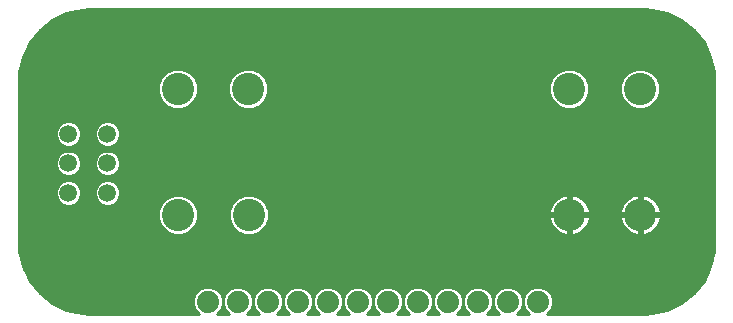
<source format=gbl>
G75*
%MOIN*%
%OFA0B0*%
%FSLAX24Y24*%
%IPPOS*%
%LPD*%
%AMOC8*
5,1,8,0,0,1.08239X$1,22.5*
%
%ADD10C,0.0740*%
%ADD11C,0.1075*%
%ADD12C,0.0594*%
%ADD13C,0.0100*%
%ADD14C,0.0338*%
D10*
X008760Y000750D03*
X009760Y000750D03*
X010760Y000750D03*
X011760Y000750D03*
X012760Y000750D03*
X013760Y000750D03*
X014760Y000750D03*
X015760Y000750D03*
X016760Y000750D03*
X017760Y000750D03*
X018760Y000750D03*
X019760Y000750D03*
D11*
X020811Y003650D03*
X023169Y003650D03*
X023160Y007850D03*
X020801Y007850D03*
X010108Y007850D03*
X007750Y007850D03*
X007760Y003650D03*
X010118Y003650D03*
D12*
X005409Y004381D03*
X005409Y005366D03*
X005409Y006350D03*
X004110Y006350D03*
X004110Y005366D03*
X004110Y004381D03*
D13*
X002643Y001825D02*
X025459Y001825D01*
X025506Y001923D02*
X002595Y001923D01*
X002592Y001930D02*
X002474Y002445D01*
X002460Y002709D01*
X002460Y008142D01*
X002474Y008406D01*
X002592Y008921D01*
X002821Y009397D01*
X003150Y009810D01*
X003563Y010140D01*
X004039Y010369D01*
X004554Y010486D01*
X004819Y010501D01*
X023283Y010501D01*
X023547Y010486D01*
X024062Y010369D01*
X024538Y010140D01*
X024951Y009810D01*
X025281Y009397D01*
X025510Y008921D01*
X025627Y008406D01*
X025642Y008142D01*
X025642Y002709D01*
X025627Y002445D01*
X025510Y001930D01*
X025281Y001454D01*
X024951Y001041D01*
X024538Y000712D01*
X024062Y000482D01*
X023547Y000365D01*
X023283Y000350D01*
X020067Y000350D01*
X020183Y000467D01*
X020260Y000651D01*
X020260Y000849D01*
X020183Y001033D01*
X020043Y001174D01*
X019859Y001250D01*
X019660Y001250D01*
X019476Y001174D01*
X019336Y001033D01*
X019260Y000849D01*
X019260Y000651D01*
X019336Y000467D01*
X019452Y000350D01*
X019067Y000350D01*
X019183Y000467D01*
X019260Y000651D01*
X019260Y000849D01*
X019183Y001033D01*
X019043Y001174D01*
X018859Y001250D01*
X018660Y001250D01*
X018476Y001174D01*
X018336Y001033D01*
X018260Y000849D01*
X018260Y000651D01*
X018336Y000467D01*
X018452Y000350D01*
X018067Y000350D01*
X018183Y000467D01*
X018260Y000651D01*
X018260Y000849D01*
X018183Y001033D01*
X018043Y001174D01*
X017859Y001250D01*
X017660Y001250D01*
X017476Y001174D01*
X017336Y001033D01*
X017260Y000849D01*
X017260Y000651D01*
X017336Y000467D01*
X017452Y000350D01*
X017067Y000350D01*
X017183Y000467D01*
X017260Y000651D01*
X017260Y000849D01*
X017183Y001033D01*
X017043Y001174D01*
X016859Y001250D01*
X016660Y001250D01*
X016476Y001174D01*
X016336Y001033D01*
X016260Y000849D01*
X016260Y000651D01*
X016336Y000467D01*
X016452Y000350D01*
X016067Y000350D01*
X016183Y000467D01*
X016260Y000651D01*
X016260Y000849D01*
X016183Y001033D01*
X016043Y001174D01*
X015859Y001250D01*
X015660Y001250D01*
X015476Y001174D01*
X015336Y001033D01*
X015260Y000849D01*
X015260Y000651D01*
X015336Y000467D01*
X015452Y000350D01*
X015067Y000350D01*
X015183Y000467D01*
X015260Y000651D01*
X015260Y000849D01*
X015183Y001033D01*
X015043Y001174D01*
X014859Y001250D01*
X014660Y001250D01*
X014476Y001174D01*
X014336Y001033D01*
X014260Y000849D01*
X014260Y000651D01*
X014336Y000467D01*
X014452Y000350D01*
X014067Y000350D01*
X014183Y000467D01*
X014260Y000651D01*
X014260Y000849D01*
X014183Y001033D01*
X014043Y001174D01*
X013859Y001250D01*
X013660Y001250D01*
X013476Y001174D01*
X013336Y001033D01*
X013260Y000849D01*
X013260Y000651D01*
X013336Y000467D01*
X013452Y000350D01*
X013067Y000350D01*
X013183Y000467D01*
X013260Y000651D01*
X013260Y000849D01*
X013183Y001033D01*
X013043Y001174D01*
X012859Y001250D01*
X012660Y001250D01*
X012476Y001174D01*
X012336Y001033D01*
X012260Y000849D01*
X012260Y000651D01*
X012336Y000467D01*
X012452Y000350D01*
X012067Y000350D01*
X012183Y000467D01*
X012260Y000651D01*
X012260Y000849D01*
X012183Y001033D01*
X012043Y001174D01*
X011859Y001250D01*
X011660Y001250D01*
X011476Y001174D01*
X011336Y001033D01*
X011260Y000849D01*
X011260Y000651D01*
X011336Y000467D01*
X011452Y000350D01*
X011067Y000350D01*
X011183Y000467D01*
X011260Y000651D01*
X011260Y000849D01*
X011183Y001033D01*
X011043Y001174D01*
X010859Y001250D01*
X010660Y001250D01*
X010476Y001174D01*
X010336Y001033D01*
X010260Y000849D01*
X010260Y000651D01*
X010336Y000467D01*
X010452Y000350D01*
X010067Y000350D01*
X010183Y000467D01*
X010260Y000651D01*
X010260Y000849D01*
X010183Y001033D01*
X010043Y001174D01*
X009859Y001250D01*
X009660Y001250D01*
X009476Y001174D01*
X009336Y001033D01*
X009260Y000849D01*
X009260Y000651D01*
X009336Y000467D01*
X009452Y000350D01*
X009067Y000350D01*
X009183Y000467D01*
X009260Y000651D01*
X009260Y000849D01*
X009183Y001033D01*
X009043Y001174D01*
X008859Y001250D01*
X008660Y001250D01*
X008476Y001174D01*
X008336Y001033D01*
X008260Y000849D01*
X008260Y000651D01*
X008336Y000467D01*
X008452Y000350D01*
X004819Y000350D01*
X004554Y000365D01*
X004039Y000482D01*
X003563Y000712D01*
X003150Y001041D01*
X002821Y001454D01*
X002592Y001930D01*
X002571Y002022D02*
X025531Y002022D01*
X025553Y002120D02*
X002549Y002120D01*
X002526Y002219D02*
X025576Y002219D01*
X025598Y002317D02*
X002504Y002317D01*
X002481Y002416D02*
X025621Y002416D01*
X025631Y002514D02*
X002470Y002514D01*
X002465Y002613D02*
X025637Y002613D01*
X025642Y002711D02*
X002460Y002711D01*
X002460Y002810D02*
X025642Y002810D01*
X025642Y002908D02*
X002460Y002908D01*
X002460Y003007D02*
X007569Y003007D01*
X007627Y002983D02*
X007892Y002983D01*
X008138Y003084D01*
X008325Y003272D01*
X008427Y003517D01*
X008427Y003783D01*
X008325Y004028D01*
X008138Y004216D01*
X007892Y004317D01*
X007627Y004317D01*
X007381Y004216D01*
X007194Y004028D01*
X007092Y003783D01*
X007092Y003517D01*
X007194Y003272D01*
X007381Y003084D01*
X007627Y002983D01*
X007361Y003105D02*
X002460Y003105D01*
X002460Y003204D02*
X007262Y003204D01*
X007181Y003302D02*
X002460Y003302D01*
X002460Y003401D02*
X007140Y003401D01*
X007100Y003499D02*
X002460Y003499D01*
X002460Y003598D02*
X007092Y003598D01*
X007092Y003696D02*
X002460Y003696D01*
X002460Y003795D02*
X007097Y003795D01*
X007138Y003893D02*
X002460Y003893D01*
X002460Y003992D02*
X003935Y003992D01*
X003868Y004019D02*
X004025Y003954D01*
X004195Y003954D01*
X004352Y004019D01*
X004472Y004140D01*
X004537Y004297D01*
X004537Y004466D01*
X004472Y004623D01*
X004352Y004744D01*
X004195Y004809D01*
X004025Y004809D01*
X003868Y004744D01*
X003748Y004623D01*
X003683Y004466D01*
X003683Y004297D01*
X003748Y004140D01*
X003868Y004019D01*
X003797Y004090D02*
X002460Y004090D01*
X002460Y004189D02*
X003727Y004189D01*
X003687Y004287D02*
X002460Y004287D01*
X002460Y004386D02*
X003683Y004386D01*
X003690Y004484D02*
X002460Y004484D01*
X002460Y004583D02*
X003731Y004583D01*
X003805Y004681D02*
X002460Y004681D01*
X002460Y004780D02*
X003955Y004780D01*
X004025Y004939D02*
X003868Y005004D01*
X003748Y005124D01*
X003683Y005281D01*
X003683Y005451D01*
X003748Y005608D01*
X003868Y005728D01*
X004025Y005793D01*
X004195Y005793D01*
X004352Y005728D01*
X004472Y005608D01*
X004537Y005451D01*
X004537Y005281D01*
X004472Y005124D01*
X004352Y005004D01*
X004195Y004939D01*
X004025Y004939D01*
X003933Y004977D02*
X002460Y004977D01*
X002460Y005075D02*
X003797Y005075D01*
X003727Y005174D02*
X002460Y005174D01*
X002460Y005272D02*
X003686Y005272D01*
X003683Y005371D02*
X002460Y005371D01*
X002460Y005469D02*
X003690Y005469D01*
X003731Y005568D02*
X002460Y005568D01*
X002460Y005666D02*
X003806Y005666D01*
X003956Y005765D02*
X002460Y005765D01*
X002460Y005863D02*
X025642Y005863D01*
X025642Y005765D02*
X005563Y005765D01*
X005494Y005793D02*
X005651Y005728D01*
X005771Y005608D01*
X005836Y005451D01*
X005836Y005281D01*
X005771Y005124D01*
X005651Y005004D01*
X005494Y004939D01*
X005324Y004939D01*
X005167Y005004D01*
X005047Y005124D01*
X004982Y005281D01*
X004982Y005451D01*
X005047Y005608D01*
X005167Y005728D01*
X005324Y005793D01*
X005494Y005793D01*
X005494Y005923D02*
X005651Y005988D01*
X005771Y006108D01*
X005836Y006265D01*
X005836Y006435D01*
X005771Y006592D01*
X005651Y006712D01*
X005494Y006777D01*
X005324Y006777D01*
X005167Y006712D01*
X005047Y006592D01*
X004982Y006435D01*
X004982Y006265D01*
X005047Y006108D01*
X005167Y005988D01*
X005324Y005923D01*
X005494Y005923D01*
X005587Y005962D02*
X025642Y005962D01*
X025642Y006060D02*
X005723Y006060D01*
X005792Y006159D02*
X025642Y006159D01*
X025642Y006257D02*
X005833Y006257D01*
X005836Y006356D02*
X025642Y006356D01*
X025642Y006454D02*
X005828Y006454D01*
X005788Y006553D02*
X025642Y006553D01*
X025642Y006651D02*
X005712Y006651D01*
X005561Y006750D02*
X025642Y006750D01*
X025642Y006848D02*
X002460Y006848D01*
X002460Y006750D02*
X003958Y006750D01*
X004025Y006777D02*
X003868Y006712D01*
X003748Y006592D01*
X003683Y006435D01*
X003683Y006265D01*
X003748Y006108D01*
X003868Y005988D01*
X004025Y005923D01*
X004195Y005923D01*
X004352Y005988D01*
X004472Y006108D01*
X004537Y006265D01*
X004537Y006435D01*
X004472Y006592D01*
X004352Y006712D01*
X004195Y006777D01*
X004025Y006777D01*
X004262Y006750D02*
X005257Y006750D01*
X005106Y006651D02*
X004413Y006651D01*
X004488Y006553D02*
X005031Y006553D01*
X004990Y006454D02*
X004529Y006454D01*
X004537Y006356D02*
X004982Y006356D01*
X004985Y006257D02*
X004534Y006257D01*
X004493Y006159D02*
X005026Y006159D01*
X005095Y006060D02*
X004424Y006060D01*
X004288Y005962D02*
X005231Y005962D01*
X005256Y005765D02*
X004263Y005765D01*
X004414Y005666D02*
X005105Y005666D01*
X005030Y005568D02*
X004489Y005568D01*
X004529Y005469D02*
X004990Y005469D01*
X004982Y005371D02*
X004537Y005371D01*
X004533Y005272D02*
X004986Y005272D01*
X005026Y005174D02*
X004493Y005174D01*
X004423Y005075D02*
X005096Y005075D01*
X005233Y004977D02*
X004286Y004977D01*
X004265Y004780D02*
X005254Y004780D01*
X005324Y004809D02*
X005167Y004744D01*
X005047Y004623D01*
X004982Y004466D01*
X004982Y004297D01*
X005047Y004140D01*
X005167Y004019D01*
X005324Y003954D01*
X005494Y003954D01*
X005651Y004019D01*
X005771Y004140D01*
X005836Y004297D01*
X005836Y004466D01*
X005771Y004623D01*
X005651Y004744D01*
X005494Y004809D01*
X005324Y004809D01*
X005564Y004780D02*
X025642Y004780D01*
X025642Y004878D02*
X002460Y004878D01*
X002460Y005962D02*
X003932Y005962D01*
X003796Y006060D02*
X002460Y006060D01*
X002460Y006159D02*
X003727Y006159D01*
X003686Y006257D02*
X002460Y006257D01*
X002460Y006356D02*
X003683Y006356D01*
X003691Y006454D02*
X002460Y006454D01*
X002460Y006553D02*
X003731Y006553D01*
X003807Y006651D02*
X002460Y006651D01*
X002460Y006947D02*
X025642Y006947D01*
X025642Y007045D02*
X002460Y007045D01*
X002460Y007144D02*
X025642Y007144D01*
X025642Y007242D02*
X023436Y007242D01*
X023538Y007284D02*
X023725Y007472D01*
X023827Y007717D01*
X023827Y007983D01*
X023725Y008228D01*
X023538Y008416D01*
X023292Y008517D01*
X023027Y008517D01*
X022781Y008416D01*
X022594Y008228D01*
X022492Y007983D01*
X022492Y007717D01*
X022594Y007472D01*
X022781Y007284D01*
X023027Y007183D01*
X023292Y007183D01*
X023538Y007284D01*
X023594Y007341D02*
X025642Y007341D01*
X025642Y007439D02*
X023692Y007439D01*
X023752Y007538D02*
X025642Y007538D01*
X025642Y007636D02*
X023793Y007636D01*
X023827Y007735D02*
X025642Y007735D01*
X025642Y007833D02*
X023827Y007833D01*
X023827Y007932D02*
X025642Y007932D01*
X025642Y008030D02*
X023807Y008030D01*
X023767Y008129D02*
X025642Y008129D01*
X025637Y008227D02*
X023726Y008227D01*
X023628Y008326D02*
X025632Y008326D01*
X025623Y008424D02*
X023518Y008424D01*
X022801Y008424D02*
X021159Y008424D01*
X021179Y008416D02*
X020934Y008517D01*
X020668Y008517D01*
X020423Y008416D01*
X020235Y008228D01*
X020134Y007983D01*
X020134Y007717D01*
X020235Y007472D01*
X020423Y007284D01*
X020668Y007183D01*
X020934Y007183D01*
X021179Y007284D01*
X021367Y007472D01*
X021469Y007717D01*
X021469Y007983D01*
X021367Y008228D01*
X021179Y008416D01*
X021270Y008326D02*
X022691Y008326D01*
X022593Y008227D02*
X021367Y008227D01*
X021408Y008129D02*
X022552Y008129D01*
X022512Y008030D02*
X021449Y008030D01*
X021469Y007932D02*
X022492Y007932D01*
X022492Y007833D02*
X021469Y007833D01*
X021469Y007735D02*
X022492Y007735D01*
X022526Y007636D02*
X021435Y007636D01*
X021394Y007538D02*
X022567Y007538D01*
X022627Y007439D02*
X021334Y007439D01*
X021236Y007341D02*
X022725Y007341D01*
X022883Y007242D02*
X021077Y007242D01*
X020525Y007242D02*
X010385Y007242D01*
X010486Y007284D02*
X010674Y007472D01*
X010776Y007717D01*
X010776Y007983D01*
X010674Y008228D01*
X010486Y008416D01*
X010241Y008517D01*
X009976Y008517D01*
X009730Y008416D01*
X009543Y008228D01*
X009441Y007983D01*
X009441Y007717D01*
X009543Y007472D01*
X009730Y007284D01*
X009976Y007183D01*
X010241Y007183D01*
X010486Y007284D01*
X010543Y007341D02*
X020367Y007341D01*
X020268Y007439D02*
X010641Y007439D01*
X010701Y007538D02*
X020208Y007538D01*
X020167Y007636D02*
X010742Y007636D01*
X010776Y007735D02*
X020134Y007735D01*
X020134Y007833D02*
X010776Y007833D01*
X010776Y007932D02*
X020134Y007932D01*
X020153Y008030D02*
X010756Y008030D01*
X010715Y008129D02*
X020194Y008129D01*
X020235Y008227D02*
X010675Y008227D01*
X010577Y008326D02*
X020333Y008326D01*
X020443Y008424D02*
X010467Y008424D01*
X009750Y008424D02*
X008108Y008424D01*
X008128Y008416D02*
X007883Y008517D01*
X007617Y008517D01*
X007372Y008416D01*
X007184Y008228D01*
X007083Y007983D01*
X007083Y007717D01*
X007184Y007472D01*
X007372Y007284D01*
X007617Y007183D01*
X007883Y007183D01*
X008128Y007284D01*
X008316Y007472D01*
X008417Y007717D01*
X008417Y007983D01*
X008316Y008228D01*
X008128Y008416D01*
X008218Y008326D02*
X009640Y008326D01*
X009542Y008227D02*
X008316Y008227D01*
X008357Y008129D02*
X009501Y008129D01*
X009461Y008030D02*
X008398Y008030D01*
X008417Y007932D02*
X009441Y007932D01*
X009441Y007833D02*
X008417Y007833D01*
X008417Y007735D02*
X009441Y007735D01*
X009475Y007636D02*
X008384Y007636D01*
X008343Y007538D02*
X009515Y007538D01*
X009575Y007439D02*
X008283Y007439D01*
X008184Y007341D02*
X009674Y007341D01*
X009832Y007242D02*
X008026Y007242D01*
X007474Y007242D02*
X002460Y007242D01*
X002460Y007341D02*
X007316Y007341D01*
X007217Y007439D02*
X002460Y007439D01*
X002460Y007538D02*
X007157Y007538D01*
X007116Y007636D02*
X002460Y007636D01*
X002460Y007735D02*
X007083Y007735D01*
X007083Y007833D02*
X002460Y007833D01*
X002460Y007932D02*
X007083Y007932D01*
X007102Y008030D02*
X002460Y008030D01*
X002460Y008129D02*
X007143Y008129D01*
X007184Y008227D02*
X002464Y008227D01*
X002470Y008326D02*
X007282Y008326D01*
X007392Y008424D02*
X002478Y008424D01*
X002501Y008523D02*
X025601Y008523D01*
X025578Y008621D02*
X002523Y008621D01*
X002546Y008720D02*
X025556Y008720D01*
X025533Y008818D02*
X002568Y008818D01*
X002591Y008917D02*
X025511Y008917D01*
X025465Y009015D02*
X002637Y009015D01*
X002684Y009114D02*
X025417Y009114D01*
X025370Y009212D02*
X002732Y009212D01*
X002779Y009311D02*
X025322Y009311D01*
X025271Y009409D02*
X002831Y009409D01*
X002909Y009508D02*
X025193Y009508D01*
X025114Y009606D02*
X002988Y009606D01*
X003066Y009705D02*
X025036Y009705D01*
X024957Y009803D02*
X003145Y009803D01*
X003265Y009902D02*
X024837Y009902D01*
X024713Y010000D02*
X003388Y010000D01*
X003512Y010099D02*
X024590Y010099D01*
X024419Y010197D02*
X003683Y010197D01*
X003563Y010140D02*
X003563Y010140D01*
X003887Y010296D02*
X024214Y010296D01*
X023952Y010394D02*
X004150Y010394D01*
X004664Y010493D02*
X023437Y010493D01*
X025642Y005666D02*
X005713Y005666D01*
X005788Y005568D02*
X025642Y005568D01*
X025642Y005469D02*
X005829Y005469D01*
X005836Y005371D02*
X025642Y005371D01*
X025642Y005272D02*
X005833Y005272D01*
X005792Y005174D02*
X025642Y005174D01*
X025642Y005075D02*
X005722Y005075D01*
X005586Y004977D02*
X025642Y004977D01*
X025642Y004681D02*
X005714Y004681D01*
X005788Y004583D02*
X025642Y004583D01*
X025642Y004484D02*
X005829Y004484D01*
X005836Y004386D02*
X025642Y004386D01*
X025642Y004287D02*
X023427Y004287D01*
X023390Y004302D02*
X023303Y004326D01*
X023219Y004337D01*
X023219Y003700D01*
X023856Y003700D01*
X023845Y003784D01*
X023821Y003871D01*
X023787Y003955D01*
X023742Y004033D01*
X023687Y004104D01*
X023623Y004168D01*
X023552Y004223D01*
X023474Y004268D01*
X023390Y004302D01*
X023219Y004287D02*
X023119Y004287D01*
X023119Y004337D02*
X023035Y004326D01*
X022948Y004302D01*
X022864Y004268D01*
X022786Y004223D01*
X022715Y004168D01*
X022651Y004104D01*
X022596Y004033D01*
X022551Y003955D01*
X022517Y003871D01*
X022493Y003784D01*
X022482Y003700D01*
X023119Y003700D01*
X023119Y004337D01*
X023119Y004189D02*
X023219Y004189D01*
X023219Y004090D02*
X023119Y004090D01*
X023119Y003992D02*
X023219Y003992D01*
X023219Y003893D02*
X023119Y003893D01*
X023119Y003795D02*
X023219Y003795D01*
X023219Y003700D02*
X023119Y003700D01*
X023119Y003600D01*
X023219Y003600D01*
X023219Y003700D01*
X023219Y003696D02*
X025642Y003696D01*
X025642Y003598D02*
X023855Y003598D01*
X023856Y003600D02*
X023219Y003600D01*
X023219Y002963D01*
X023303Y002974D01*
X023390Y002998D01*
X023474Y003032D01*
X023552Y003077D01*
X023623Y003132D01*
X023687Y003196D01*
X023742Y003267D01*
X023787Y003345D01*
X023821Y003429D01*
X023845Y003516D01*
X023856Y003600D01*
X023840Y003499D02*
X025642Y003499D01*
X025642Y003401D02*
X023810Y003401D01*
X023762Y003302D02*
X025642Y003302D01*
X025642Y003204D02*
X023693Y003204D01*
X023588Y003105D02*
X025642Y003105D01*
X025642Y003007D02*
X023412Y003007D01*
X023219Y003007D02*
X023119Y003007D01*
X023119Y002963D02*
X023119Y003600D01*
X022482Y003600D01*
X022493Y003516D01*
X022517Y003429D01*
X022551Y003345D01*
X022596Y003267D01*
X022651Y003196D01*
X022715Y003132D01*
X022786Y003077D01*
X022864Y003032D01*
X022948Y002998D01*
X023035Y002974D01*
X023119Y002963D01*
X023119Y003105D02*
X023219Y003105D01*
X023219Y003204D02*
X023119Y003204D01*
X023119Y003302D02*
X023219Y003302D01*
X023219Y003401D02*
X023119Y003401D01*
X023119Y003499D02*
X023219Y003499D01*
X023219Y003598D02*
X023119Y003598D01*
X023119Y003696D02*
X020861Y003696D01*
X020861Y003700D02*
X021497Y003700D01*
X021486Y003784D01*
X021463Y003871D01*
X021429Y003955D01*
X021383Y004033D01*
X021329Y004104D01*
X021265Y004168D01*
X021193Y004223D01*
X021115Y004268D01*
X021032Y004302D01*
X020945Y004326D01*
X020861Y004337D01*
X020861Y003700D01*
X020861Y003600D01*
X021497Y003600D01*
X021486Y003516D01*
X021463Y003429D01*
X021429Y003345D01*
X021383Y003267D01*
X021329Y003196D01*
X021265Y003132D01*
X021193Y003077D01*
X021115Y003032D01*
X021032Y002998D01*
X020945Y002974D01*
X020861Y002963D01*
X020861Y003600D01*
X020761Y003600D01*
X020761Y002963D01*
X020676Y002974D01*
X020589Y002998D01*
X020506Y003032D01*
X020428Y003077D01*
X020356Y003132D01*
X020293Y003196D01*
X020238Y003267D01*
X020193Y003345D01*
X020158Y003429D01*
X020135Y003516D01*
X020124Y003600D01*
X020761Y003600D01*
X020761Y003700D01*
X020761Y004337D01*
X020676Y004326D01*
X020589Y004302D01*
X020506Y004268D01*
X020428Y004223D01*
X020356Y004168D01*
X020293Y004104D01*
X020238Y004033D01*
X020193Y003955D01*
X020158Y003871D01*
X020135Y003784D01*
X020124Y003700D01*
X020761Y003700D01*
X020861Y003700D01*
X020861Y003795D02*
X020761Y003795D01*
X020761Y003893D02*
X020861Y003893D01*
X020861Y003992D02*
X020761Y003992D01*
X020761Y004090D02*
X020861Y004090D01*
X020861Y004189D02*
X020761Y004189D01*
X020761Y004287D02*
X020861Y004287D01*
X021069Y004287D02*
X022911Y004287D01*
X022742Y004189D02*
X021238Y004189D01*
X021340Y004090D02*
X022640Y004090D01*
X022572Y003992D02*
X021407Y003992D01*
X021454Y003893D02*
X022526Y003893D01*
X022496Y003795D02*
X021484Y003795D01*
X021497Y003598D02*
X022483Y003598D01*
X022498Y003499D02*
X021482Y003499D01*
X021451Y003401D02*
X022528Y003401D01*
X022576Y003302D02*
X021404Y003302D01*
X021335Y003204D02*
X022645Y003204D01*
X022750Y003105D02*
X021230Y003105D01*
X021053Y003007D02*
X022926Y003007D01*
X023842Y003795D02*
X025642Y003795D01*
X025642Y003893D02*
X023812Y003893D01*
X023766Y003992D02*
X025642Y003992D01*
X025642Y004090D02*
X023698Y004090D01*
X023596Y004189D02*
X025642Y004189D01*
X025412Y001726D02*
X002690Y001726D01*
X002738Y001628D02*
X025364Y001628D01*
X025317Y001529D02*
X002785Y001529D01*
X002840Y001431D02*
X025262Y001431D01*
X025183Y001332D02*
X002918Y001332D01*
X002997Y001234D02*
X008620Y001234D01*
X008437Y001135D02*
X003075Y001135D01*
X003156Y001037D02*
X008339Y001037D01*
X008296Y000938D02*
X003280Y000938D01*
X003403Y000840D02*
X008260Y000840D01*
X008260Y000741D02*
X003527Y000741D01*
X003707Y000643D02*
X008263Y000643D01*
X008304Y000544D02*
X003911Y000544D01*
X004201Y000446D02*
X008357Y000446D01*
X009162Y000446D02*
X009357Y000446D01*
X009304Y000544D02*
X009215Y000544D01*
X009256Y000643D02*
X009263Y000643D01*
X009260Y000741D02*
X009260Y000741D01*
X009260Y000840D02*
X009260Y000840D01*
X009223Y000938D02*
X009296Y000938D01*
X009339Y001037D02*
X009180Y001037D01*
X009082Y001135D02*
X009437Y001135D01*
X009620Y001234D02*
X008899Y001234D01*
X009899Y001234D02*
X010620Y001234D01*
X010437Y001135D02*
X010082Y001135D01*
X010180Y001037D02*
X010339Y001037D01*
X010296Y000938D02*
X010223Y000938D01*
X010260Y000840D02*
X010260Y000840D01*
X010260Y000741D02*
X010260Y000741D01*
X010256Y000643D02*
X010263Y000643D01*
X010304Y000544D02*
X010215Y000544D01*
X010162Y000446D02*
X010357Y000446D01*
X011162Y000446D02*
X011357Y000446D01*
X011304Y000544D02*
X011215Y000544D01*
X011256Y000643D02*
X011263Y000643D01*
X011260Y000741D02*
X011260Y000741D01*
X011260Y000840D02*
X011260Y000840D01*
X011223Y000938D02*
X011296Y000938D01*
X011339Y001037D02*
X011180Y001037D01*
X011082Y001135D02*
X011437Y001135D01*
X011620Y001234D02*
X010899Y001234D01*
X011899Y001234D02*
X012620Y001234D01*
X012437Y001135D02*
X012082Y001135D01*
X012180Y001037D02*
X012339Y001037D01*
X012296Y000938D02*
X012223Y000938D01*
X012260Y000840D02*
X012260Y000840D01*
X012260Y000741D02*
X012260Y000741D01*
X012256Y000643D02*
X012263Y000643D01*
X012304Y000544D02*
X012215Y000544D01*
X012162Y000446D02*
X012357Y000446D01*
X013162Y000446D02*
X013357Y000446D01*
X013304Y000544D02*
X013215Y000544D01*
X013256Y000643D02*
X013263Y000643D01*
X013260Y000741D02*
X013260Y000741D01*
X013260Y000840D02*
X013260Y000840D01*
X013223Y000938D02*
X013296Y000938D01*
X013339Y001037D02*
X013180Y001037D01*
X013082Y001135D02*
X013437Y001135D01*
X013620Y001234D02*
X012899Y001234D01*
X013899Y001234D02*
X014620Y001234D01*
X014437Y001135D02*
X014082Y001135D01*
X014180Y001037D02*
X014339Y001037D01*
X014296Y000938D02*
X014223Y000938D01*
X014260Y000840D02*
X014260Y000840D01*
X014260Y000741D02*
X014260Y000741D01*
X014256Y000643D02*
X014263Y000643D01*
X014304Y000544D02*
X014215Y000544D01*
X014162Y000446D02*
X014357Y000446D01*
X015162Y000446D02*
X015357Y000446D01*
X015304Y000544D02*
X015215Y000544D01*
X015256Y000643D02*
X015263Y000643D01*
X015260Y000741D02*
X015260Y000741D01*
X015260Y000840D02*
X015260Y000840D01*
X015223Y000938D02*
X015296Y000938D01*
X015339Y001037D02*
X015180Y001037D01*
X015082Y001135D02*
X015437Y001135D01*
X015620Y001234D02*
X014899Y001234D01*
X015899Y001234D02*
X016620Y001234D01*
X016437Y001135D02*
X016082Y001135D01*
X016180Y001037D02*
X016339Y001037D01*
X016296Y000938D02*
X016223Y000938D01*
X016260Y000840D02*
X016260Y000840D01*
X016260Y000741D02*
X016260Y000741D01*
X016256Y000643D02*
X016263Y000643D01*
X016304Y000544D02*
X016215Y000544D01*
X016162Y000446D02*
X016357Y000446D01*
X017162Y000446D02*
X017357Y000446D01*
X017304Y000544D02*
X017215Y000544D01*
X017256Y000643D02*
X017263Y000643D01*
X017260Y000741D02*
X017260Y000741D01*
X017260Y000840D02*
X017260Y000840D01*
X017223Y000938D02*
X017296Y000938D01*
X017339Y001037D02*
X017180Y001037D01*
X017082Y001135D02*
X017437Y001135D01*
X017620Y001234D02*
X016899Y001234D01*
X017899Y001234D02*
X018620Y001234D01*
X018437Y001135D02*
X018082Y001135D01*
X018180Y001037D02*
X018339Y001037D01*
X018296Y000938D02*
X018223Y000938D01*
X018260Y000840D02*
X018260Y000840D01*
X018260Y000741D02*
X018260Y000741D01*
X018256Y000643D02*
X018263Y000643D01*
X018304Y000544D02*
X018215Y000544D01*
X018162Y000446D02*
X018357Y000446D01*
X019162Y000446D02*
X019357Y000446D01*
X019304Y000544D02*
X019215Y000544D01*
X019256Y000643D02*
X019263Y000643D01*
X019260Y000741D02*
X019260Y000741D01*
X019260Y000840D02*
X019260Y000840D01*
X019223Y000938D02*
X019296Y000938D01*
X019339Y001037D02*
X019180Y001037D01*
X019082Y001135D02*
X019437Y001135D01*
X019620Y001234D02*
X018899Y001234D01*
X019899Y001234D02*
X025105Y001234D01*
X025026Y001135D02*
X020082Y001135D01*
X020180Y001037D02*
X024946Y001037D01*
X024822Y000938D02*
X020223Y000938D01*
X020260Y000840D02*
X024699Y000840D01*
X024575Y000741D02*
X020260Y000741D01*
X020256Y000643D02*
X024395Y000643D01*
X024190Y000544D02*
X020215Y000544D01*
X020162Y000446D02*
X023901Y000446D01*
X020861Y003007D02*
X020761Y003007D01*
X020761Y003105D02*
X020861Y003105D01*
X020861Y003204D02*
X020761Y003204D01*
X020761Y003302D02*
X020861Y003302D01*
X020861Y003401D02*
X020761Y003401D01*
X020761Y003499D02*
X020861Y003499D01*
X020861Y003598D02*
X020761Y003598D01*
X020761Y003696D02*
X010785Y003696D01*
X010785Y003783D02*
X010785Y003517D01*
X010684Y003272D01*
X010496Y003084D01*
X010251Y002983D01*
X009985Y002983D01*
X009740Y003084D01*
X009552Y003272D01*
X009450Y003517D01*
X009450Y003783D01*
X009552Y004028D01*
X009740Y004216D01*
X009985Y004317D01*
X010251Y004317D01*
X010496Y004216D01*
X010684Y004028D01*
X010785Y003783D01*
X010780Y003795D02*
X020138Y003795D01*
X020167Y003893D02*
X010740Y003893D01*
X010699Y003992D02*
X020214Y003992D01*
X020282Y004090D02*
X010622Y004090D01*
X010523Y004189D02*
X020383Y004189D01*
X020552Y004287D02*
X010324Y004287D01*
X009912Y004287D02*
X007966Y004287D01*
X008165Y004189D02*
X009712Y004189D01*
X009614Y004090D02*
X008263Y004090D01*
X008340Y003992D02*
X009537Y003992D01*
X009496Y003893D02*
X008381Y003893D01*
X008422Y003795D02*
X009455Y003795D01*
X009450Y003696D02*
X008427Y003696D01*
X008427Y003598D02*
X009450Y003598D01*
X009458Y003499D02*
X008419Y003499D01*
X008379Y003401D02*
X009499Y003401D01*
X009540Y003302D02*
X008338Y003302D01*
X008257Y003204D02*
X009620Y003204D01*
X009719Y003105D02*
X008158Y003105D01*
X007950Y003007D02*
X009927Y003007D01*
X010308Y003007D02*
X020568Y003007D01*
X020392Y003105D02*
X010517Y003105D01*
X010615Y003204D02*
X020287Y003204D01*
X020218Y003302D02*
X010696Y003302D01*
X010737Y003401D02*
X020170Y003401D01*
X020140Y003499D02*
X010778Y003499D01*
X010785Y003598D02*
X020124Y003598D01*
X007553Y004287D02*
X005832Y004287D01*
X005792Y004189D02*
X007354Y004189D01*
X007256Y004090D02*
X005722Y004090D01*
X005584Y003992D02*
X007179Y003992D01*
X005234Y003992D02*
X004285Y003992D01*
X004423Y004090D02*
X005097Y004090D01*
X005027Y004189D02*
X004492Y004189D01*
X004533Y004287D02*
X004986Y004287D01*
X004982Y004386D02*
X004537Y004386D01*
X004530Y004484D02*
X004989Y004484D01*
X005030Y004583D02*
X004489Y004583D01*
X004414Y004681D02*
X005105Y004681D01*
D14*
X015160Y003850D03*
X016660Y003850D03*
X017260Y003450D03*
X017260Y002950D03*
X018160Y003750D03*
X018560Y003250D03*
X019060Y003250D03*
X020260Y002850D03*
X022060Y002850D03*
X022060Y003650D03*
X022060Y004650D03*
X022060Y005150D03*
X023760Y005150D03*
X023760Y004650D03*
X023760Y002850D03*
X020260Y004650D03*
X020260Y005150D03*
X019060Y004650D03*
X018560Y004650D03*
X018160Y004250D03*
X015260Y005150D03*
X015260Y006150D03*
X015260Y007150D03*
X015260Y008150D03*
X016260Y008150D03*
X017060Y007750D03*
X017460Y008150D03*
X017960Y008150D03*
X017060Y007250D03*
M02*

</source>
